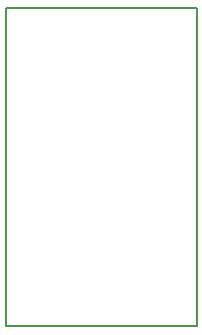
<source format=gbr>
G04 DipTrace 3.2.0.1*
G04 BoardOutline.gbr*
%MOMM*%
G04 #@! TF.FileFunction,Profile*
G04 #@! TF.Part,Single*
%ADD11C,0.14*%
%FSLAX35Y35*%
G04*
G71*
G90*
G75*
G01*
G04 BoardOutline*
%LPD*%
X1000000Y3690000D2*
D11*
Y1000000D1*
X2620000D1*
Y3690000D1*
X1000000D1*
M02*

</source>
